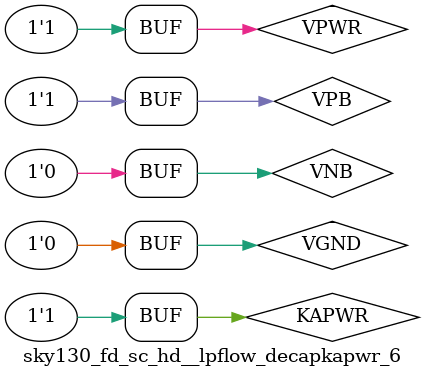
<source format=v>
/*
 * Copyright 2020 The SkyWater PDK Authors
 *
 * Licensed under the Apache License, Version 2.0 (the "License");
 * you may not use this file except in compliance with the License.
 * You may obtain a copy of the License at
 *
 *     https://www.apache.org/licenses/LICENSE-2.0
 *
 * Unless required by applicable law or agreed to in writing, software
 * distributed under the License is distributed on an "AS IS" BASIS,
 * WITHOUT WARRANTIES OR CONDITIONS OF ANY KIND, either express or implied.
 * See the License for the specific language governing permissions and
 * limitations under the License.
 *
 * SPDX-License-Identifier: Apache-2.0
*/


`ifndef SKY130_FD_SC_HD__LPFLOW_DECAPKAPWR_6_TIMING_V
`define SKY130_FD_SC_HD__LPFLOW_DECAPKAPWR_6_TIMING_V

/**
 * lpflow_decapkapwr: Decoupling capacitance filler on keep-alive
 *                    rail.
 *
 * Verilog simulation timing model.
 */

`timescale 1ns / 1ps
`default_nettype none

`celldefine
module sky130_fd_sc_hd__lpflow_decapkapwr_6 ();

    // Module supplies
    supply1 VPWR ;
    supply1 KAPWR;
    supply0 VGND ;
    supply1 VPB  ;
    supply0 VNB  ;
     // No contents.
endmodule
`endcelldefine

`default_nettype wire
`endif  // SKY130_FD_SC_HD__LPFLOW_DECAPKAPWR_6_TIMING_V

</source>
